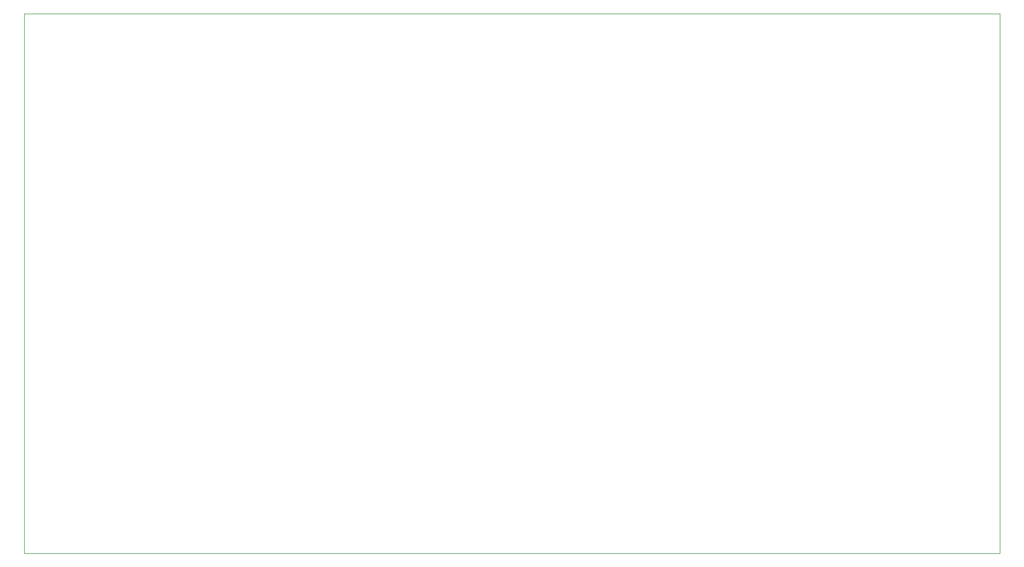
<source format=gbo>
G75*
%MOIN*%
%OFA0B0*%
%FSLAX25Y25*%
%IPPOS*%
%LPD*%
%AMOC8*
5,1,8,0,0,1.08239X$1,22.5*
%
%ADD10C,0.00000*%
D10*
X0001000Y0001000D02*
X0001000Y0343520D01*
X0619110Y0343520D01*
X0619110Y0001000D01*
X0001000Y0001000D01*
M02*

</source>
